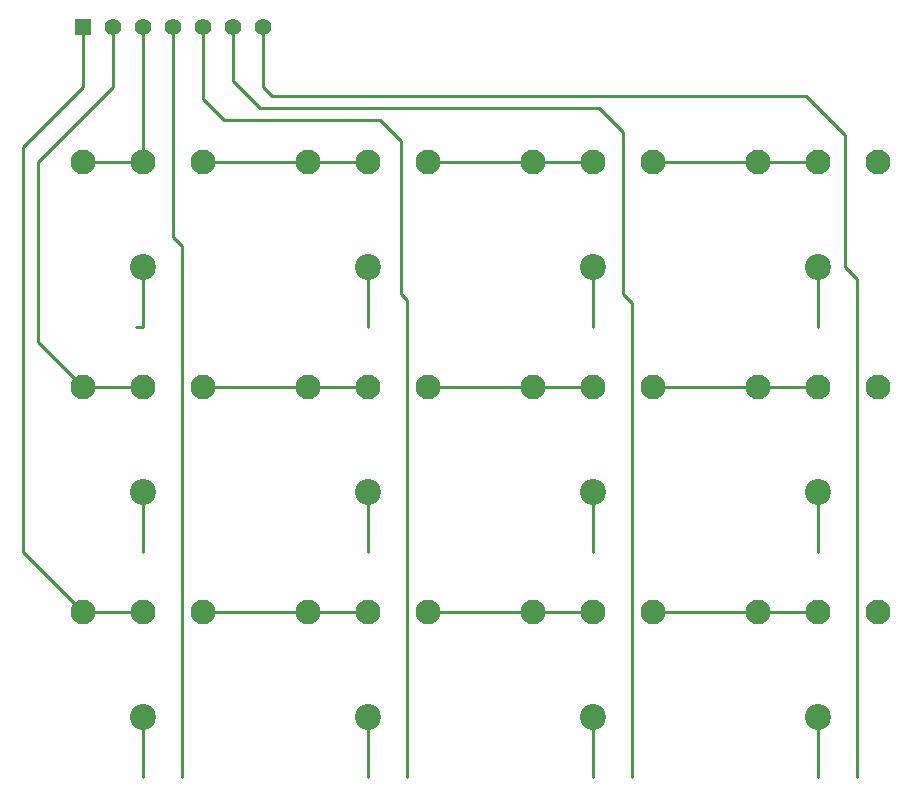
<source format=gbl>
G04 (created by PCBNEW (2013-07-07 BZR 4022)-stable) date 08/11/2015 21:30:27*
%MOIN*%
G04 Gerber Fmt 3.4, Leading zero omitted, Abs format*
%FSLAX34Y34*%
G01*
G70*
G90*
G04 APERTURE LIST*
%ADD10C,0.00590551*%
%ADD11R,0.055X0.055*%
%ADD12C,0.055*%
%ADD13C,0.0826772*%
%ADD14C,0.0866142*%
%ADD15C,0.01*%
G04 APERTURE END LIST*
G54D10*
G54D11*
X47400Y-28800D03*
G54D12*
X48400Y-28800D03*
X49400Y-28800D03*
X50400Y-28800D03*
X51400Y-28800D03*
X52400Y-28800D03*
X53400Y-28800D03*
G54D13*
X51400Y-33300D03*
X47400Y-33300D03*
G54D14*
X49400Y-36800D03*
G54D13*
X49400Y-33300D03*
X73900Y-48300D03*
X69900Y-48300D03*
G54D14*
X71900Y-51800D03*
G54D13*
X71900Y-48300D03*
X66400Y-48300D03*
X62400Y-48300D03*
G54D14*
X64400Y-51800D03*
G54D13*
X64400Y-48300D03*
X58900Y-48300D03*
X54900Y-48300D03*
G54D14*
X56900Y-51800D03*
G54D13*
X56900Y-48300D03*
X51400Y-48300D03*
X47400Y-48300D03*
G54D14*
X49400Y-51800D03*
G54D13*
X49400Y-48300D03*
X73900Y-40800D03*
X69900Y-40800D03*
G54D14*
X71900Y-44300D03*
G54D13*
X71900Y-40800D03*
X73900Y-33300D03*
X69900Y-33300D03*
G54D14*
X71900Y-36800D03*
G54D13*
X71900Y-33300D03*
X66400Y-40800D03*
X62400Y-40800D03*
G54D14*
X64400Y-44300D03*
G54D13*
X64400Y-40800D03*
X58900Y-40800D03*
X54900Y-40800D03*
G54D14*
X56900Y-44300D03*
G54D13*
X56900Y-40800D03*
X51400Y-40800D03*
X47400Y-40800D03*
G54D14*
X49400Y-44300D03*
G54D13*
X49400Y-40800D03*
X66400Y-33300D03*
X62400Y-33300D03*
G54D14*
X64400Y-36800D03*
G54D13*
X64400Y-33300D03*
X58900Y-33300D03*
X54900Y-33300D03*
G54D14*
X56900Y-36800D03*
G54D13*
X56900Y-33300D03*
G54D15*
X71900Y-36800D02*
X71900Y-38800D01*
X56900Y-44300D02*
X56900Y-46300D01*
X56900Y-51800D02*
X56900Y-53800D01*
X56900Y-51800D02*
X56900Y-53800D01*
X64400Y-36800D02*
X64400Y-38800D01*
X65700Y-53800D02*
X65700Y-46200D01*
X65700Y-38800D02*
X65700Y-38000D01*
X65400Y-37600D02*
X65400Y-32400D01*
X65400Y-37700D02*
X65700Y-38000D01*
X65400Y-37600D02*
X65400Y-37700D01*
X65700Y-46200D02*
X65700Y-38800D01*
X64600Y-31500D02*
X65400Y-32300D01*
X53300Y-31500D02*
X64600Y-31500D01*
X52400Y-28800D02*
X52400Y-30500D01*
X52400Y-30600D02*
X53100Y-31300D01*
X52400Y-30500D02*
X52400Y-30600D01*
X53100Y-31300D02*
X53300Y-31500D01*
X65400Y-32300D02*
X65400Y-32400D01*
X65400Y-32400D02*
X65400Y-32500D01*
X64400Y-51800D02*
X64400Y-53800D01*
X50700Y-53800D02*
X50700Y-46400D01*
X50400Y-35800D02*
X50700Y-36100D01*
X50400Y-35800D02*
X50400Y-28800D01*
X50700Y-36100D02*
X50700Y-38800D01*
X50700Y-46400D02*
X50700Y-38800D01*
X64400Y-40800D02*
X62400Y-40800D01*
X62400Y-40800D02*
X58900Y-40800D01*
X73200Y-53800D02*
X73200Y-46300D01*
X73200Y-38800D02*
X73200Y-37200D01*
X71500Y-31100D02*
X72800Y-32400D01*
X53400Y-30300D02*
X53400Y-28800D01*
X53400Y-30800D02*
X53700Y-31100D01*
X53400Y-30700D02*
X53400Y-30800D01*
X53400Y-30300D02*
X53400Y-30700D01*
X71500Y-31100D02*
X53700Y-31100D01*
X72800Y-36800D02*
X73100Y-37100D01*
X72800Y-32400D02*
X72800Y-36800D01*
X73200Y-37200D02*
X73100Y-37100D01*
X73200Y-46300D02*
X73200Y-38800D01*
X66400Y-33300D02*
X69900Y-33300D01*
X69900Y-33300D02*
X71900Y-33300D01*
X66400Y-40800D02*
X69900Y-40800D01*
X69900Y-40800D02*
X71900Y-40800D01*
X49400Y-48300D02*
X47400Y-48300D01*
X47400Y-28800D02*
X47400Y-30800D01*
X45400Y-46300D02*
X47400Y-48300D01*
X45400Y-32800D02*
X45400Y-46300D01*
X47400Y-30800D02*
X45400Y-32800D01*
X51400Y-48300D02*
X54900Y-48300D01*
X54900Y-48300D02*
X56900Y-48300D01*
X49400Y-36800D02*
X49400Y-38800D01*
X49400Y-38800D02*
X49150Y-38800D01*
X49150Y-38800D02*
X49400Y-38800D01*
X54900Y-33300D02*
X56900Y-33300D01*
X51400Y-33300D02*
X54900Y-33300D01*
X58900Y-33300D02*
X62400Y-33300D01*
X62400Y-33300D02*
X64400Y-33300D01*
X62400Y-48300D02*
X64400Y-48300D01*
X58900Y-48300D02*
X62400Y-48300D01*
X49400Y-44300D02*
X49400Y-46300D01*
X49400Y-44300D02*
X49400Y-46300D01*
X49400Y-40800D02*
X47400Y-40800D01*
X48400Y-28800D02*
X48400Y-30800D01*
X45900Y-39300D02*
X47400Y-40800D01*
X45900Y-33300D02*
X45900Y-39300D01*
X48400Y-30800D02*
X45900Y-33300D01*
X71900Y-44300D02*
X71900Y-46300D01*
X54900Y-40800D02*
X56900Y-40800D01*
X51400Y-40800D02*
X54900Y-40800D01*
X66400Y-48300D02*
X69900Y-48300D01*
X69900Y-48300D02*
X71900Y-48300D01*
X71900Y-51800D02*
X71900Y-53800D01*
X71900Y-51800D02*
X71900Y-53800D01*
X64400Y-44300D02*
X64400Y-46300D01*
X64400Y-44300D02*
X64400Y-46300D01*
X49400Y-28800D02*
X49400Y-33300D01*
X49400Y-33300D02*
X47400Y-33300D01*
X49400Y-51800D02*
X49400Y-53800D01*
X49400Y-51800D02*
X49400Y-53800D01*
X56900Y-36800D02*
X56900Y-38800D01*
X58200Y-53800D02*
X58200Y-46300D01*
X58000Y-37700D02*
X58200Y-37900D01*
X58000Y-32600D02*
X58000Y-37700D01*
X51800Y-31600D02*
X52100Y-31900D01*
X51400Y-30200D02*
X51400Y-28800D01*
X51400Y-31200D02*
X51800Y-31600D01*
X51400Y-31000D02*
X51400Y-31200D01*
X51400Y-30900D02*
X51400Y-31000D01*
X51400Y-30200D02*
X51400Y-30900D01*
X57300Y-31900D02*
X57900Y-32500D01*
X52100Y-31900D02*
X57300Y-31900D01*
X57900Y-32500D02*
X58000Y-32600D01*
X58200Y-37900D02*
X58200Y-38800D01*
X58200Y-46300D02*
X58200Y-38800D01*
M02*

</source>
